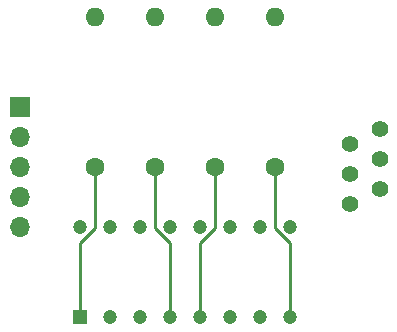
<source format=gbr>
G04 #@! TF.GenerationSoftware,KiCad,Pcbnew,(5.1.6)-1*
G04 #@! TF.CreationDate,2020-06-13T18:42:55+01:00*
G04 #@! TF.ProjectId,ST4Adapter_v2,53543441-6461-4707-9465-725f76322e6b,rev?*
G04 #@! TF.SameCoordinates,Original*
G04 #@! TF.FileFunction,Copper,L2,Bot*
G04 #@! TF.FilePolarity,Positive*
%FSLAX46Y46*%
G04 Gerber Fmt 4.6, Leading zero omitted, Abs format (unit mm)*
G04 Created by KiCad (PCBNEW (5.1.6)-1) date 2020-06-13 18:42:55*
%MOMM*%
%LPD*%
G01*
G04 APERTURE LIST*
G04 #@! TA.AperFunction,ComponentPad*
%ADD10C,1.400000*%
G04 #@! TD*
G04 #@! TA.AperFunction,ComponentPad*
%ADD11R,1.200000X1.200000*%
G04 #@! TD*
G04 #@! TA.AperFunction,ComponentPad*
%ADD12C,1.200000*%
G04 #@! TD*
G04 #@! TA.AperFunction,ComponentPad*
%ADD13R,1.700000X1.700000*%
G04 #@! TD*
G04 #@! TA.AperFunction,ComponentPad*
%ADD14O,1.700000X1.700000*%
G04 #@! TD*
G04 #@! TA.AperFunction,ComponentPad*
%ADD15O,1.600000X1.600000*%
G04 #@! TD*
G04 #@! TA.AperFunction,ComponentPad*
%ADD16C,1.600000*%
G04 #@! TD*
G04 #@! TA.AperFunction,Conductor*
%ADD17C,0.250000*%
G04 #@! TD*
G04 APERTURE END LIST*
D10*
X167640000Y-98425000D03*
X170180000Y-97155000D03*
X167640000Y-95885000D03*
X170180000Y-94615000D03*
X167640000Y-93345000D03*
X170180000Y-92075000D03*
D11*
X144780000Y-107950000D03*
D12*
X147320000Y-107950000D03*
X149860000Y-107950000D03*
X152400000Y-107950000D03*
X154940000Y-107950000D03*
X157480000Y-107950000D03*
X160020000Y-107950000D03*
X162560000Y-107950000D03*
X162560000Y-100330000D03*
X160020000Y-100330000D03*
X157480000Y-100330000D03*
X154940000Y-100330000D03*
X152400000Y-100330000D03*
X149860000Y-100330000D03*
X147320000Y-100330000D03*
X144780000Y-100330000D03*
D13*
X139700000Y-90170000D03*
D14*
X139700000Y-92710000D03*
X139700000Y-95250000D03*
X139700000Y-97790000D03*
X139700000Y-100330000D03*
D15*
X146050000Y-82550000D03*
D16*
X146050000Y-95250000D03*
X151130000Y-95250000D03*
D15*
X151130000Y-82550000D03*
X156210000Y-82550000D03*
D16*
X156210000Y-95250000D03*
X161290000Y-95250000D03*
D15*
X161290000Y-82550000D03*
D17*
X144780000Y-101699002D02*
X144780000Y-107950000D01*
X146050000Y-100429002D02*
X144780000Y-101699002D01*
X146050000Y-95250000D02*
X146050000Y-100429002D01*
X152400000Y-101699002D02*
X152400000Y-107950000D01*
X151130000Y-100429002D02*
X152400000Y-101699002D01*
X151130000Y-95250000D02*
X151130000Y-100429002D01*
X154940000Y-101699002D02*
X154940000Y-107950000D01*
X156210000Y-100429002D02*
X154940000Y-101699002D01*
X156210000Y-95250000D02*
X156210000Y-100429002D01*
X162560000Y-101699002D02*
X162560000Y-107950000D01*
X161290000Y-100429002D02*
X162560000Y-101699002D01*
X161290000Y-95250000D02*
X161290000Y-100429002D01*
M02*

</source>
